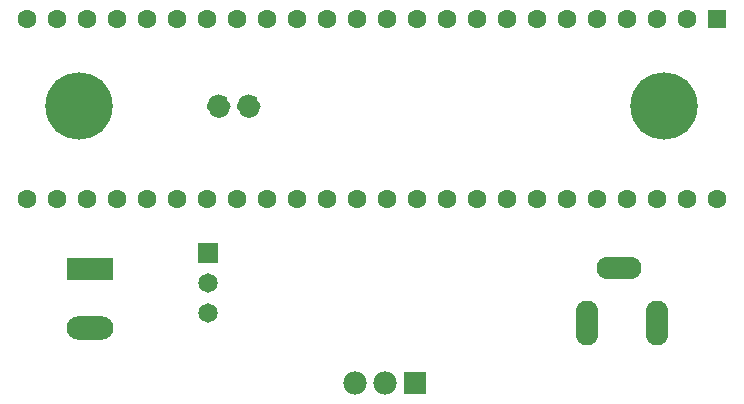
<source format=gbr>
%TF.GenerationSoftware,KiCad,Pcbnew,(5.1.8-0-10_14)*%
%TF.CreationDate,2020-12-27T09:31:58+11:00*%
%TF.ProjectId,Open-JIP(KiCad)_T3.6,4f70656e-2d4a-4495-9028-4b6943616429,rev?*%
%TF.SameCoordinates,Original*%
%TF.FileFunction,Soldermask,Bot*%
%TF.FilePolarity,Negative*%
%FSLAX46Y46*%
G04 Gerber Fmt 4.6, Leading zero omitted, Abs format (unit mm)*
G04 Created by KiCad (PCBNEW (5.1.8-0-10_14)) date 2020-12-27 09:31:58*
%MOMM*%
%LPD*%
G01*
G04 APERTURE LIST*
%ADD10C,1.000000*%
%ADD11C,5.700000*%
%ADD12C,1.600000*%
%ADD13R,1.600000X1.600000*%
%ADD14O,1.900000X3.800000*%
%ADD15O,3.800000X1.900000*%
%ADD16R,1.651000X1.651000*%
%ADD17C,1.651000*%
%ADD18R,3.960000X1.980000*%
%ADD19O,3.960000X1.980000*%
%ADD20R,1.980000X1.980000*%
%ADD21C,1.980000*%
G04 APERTURE END LIST*
D10*
%TO.C,D1*%
X150270000Y-82000000D02*
G75*
G03*
X150270000Y-82000000I-500000J0D01*
G01*
X147730000Y-82000000D02*
G75*
G03*
X147730000Y-82000000I-500000J0D01*
G01*
%TD*%
D11*
%TO.C,REF\u002A\u002A*%
X184912000Y-82000000D03*
%TD*%
D12*
%TO.C,U5*%
X148795001Y-74645001D03*
X146255001Y-74645001D03*
X143715001Y-74645001D03*
X141175001Y-74645001D03*
X151335001Y-74645001D03*
X153875001Y-74645001D03*
X156415001Y-74645001D03*
X138635001Y-74645001D03*
X136095001Y-74645001D03*
X133555001Y-74645001D03*
X131015001Y-74645001D03*
X131015001Y-89885001D03*
X133555001Y-89885001D03*
X136095001Y-89885001D03*
X138635001Y-89885001D03*
X141175001Y-89885001D03*
X143715001Y-89885001D03*
X146255001Y-89885001D03*
X148795001Y-89885001D03*
X158955001Y-74645001D03*
X161495001Y-74645001D03*
X164035001Y-74645001D03*
X166575001Y-74645001D03*
X169115001Y-74645001D03*
X171655001Y-74645001D03*
X174195001Y-74645001D03*
X176735001Y-74645001D03*
X179275001Y-74645001D03*
X181815001Y-74645001D03*
X184355001Y-74645001D03*
X186895001Y-74645001D03*
D13*
X189435001Y-74645001D03*
D12*
X151335001Y-89885001D03*
X153875001Y-89885001D03*
X156415001Y-89885001D03*
X158955001Y-89885001D03*
X161495001Y-89885001D03*
X164035001Y-89885001D03*
X166575001Y-89885001D03*
X169115001Y-89885001D03*
X171655001Y-89885001D03*
X174195001Y-89885001D03*
X176735001Y-89885001D03*
X179275001Y-89885001D03*
X181815001Y-89885001D03*
X184355001Y-89885001D03*
X186895001Y-89885001D03*
X189435001Y-89885001D03*
%TD*%
D11*
%TO.C,REF\u002A\u002A*%
X135382000Y-82000000D03*
%TD*%
D14*
%TO.C,J1*%
X178422000Y-100330000D03*
X184352000Y-100330000D03*
D15*
X181102000Y-95680000D03*
%TD*%
D16*
%TO.C,CR1*%
X146350000Y-94450000D03*
D17*
X146350000Y-96990000D03*
X146350000Y-99530000D03*
%TD*%
D18*
%TO.C,J2*%
X136300000Y-95800000D03*
D19*
X136300000Y-100800000D03*
%TD*%
D20*
%TO.C,U3*%
X163830000Y-105410000D03*
D21*
X161290000Y-105410000D03*
X158750000Y-105410000D03*
%TD*%
M02*

</source>
